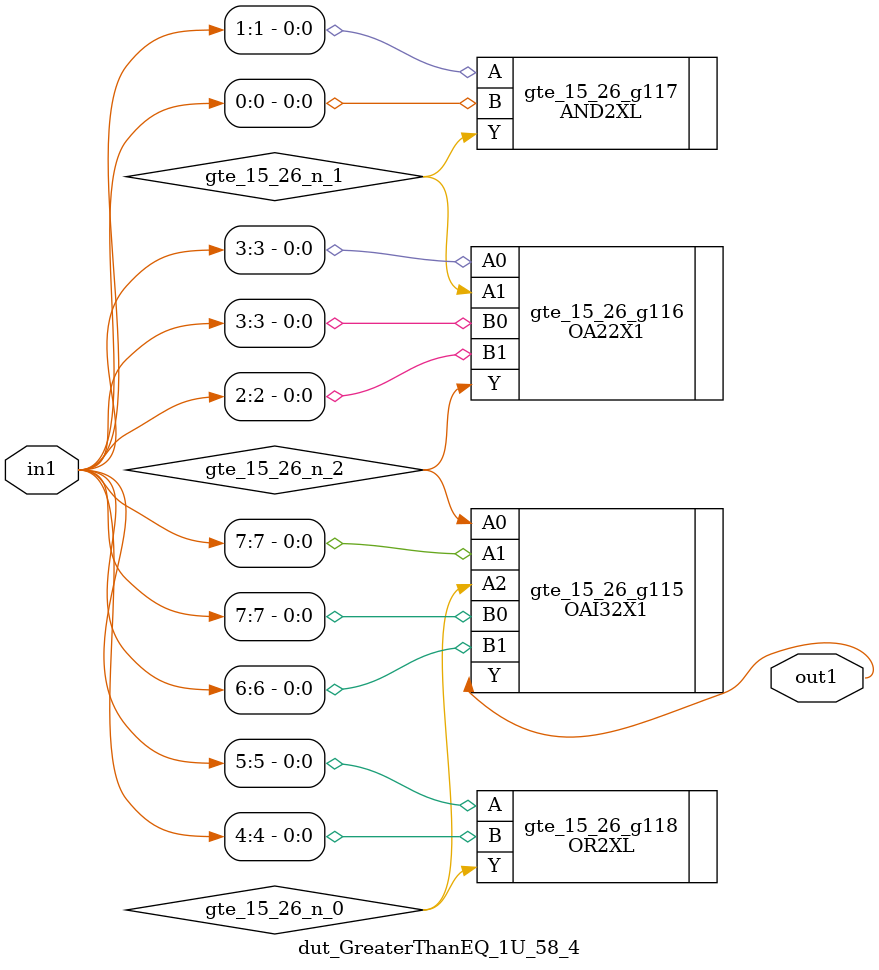
<source format=v>
`timescale 1ps / 1ps


module dut_GreaterThanEQ_1U_58_4(in1, out1);
  input [7:0] in1;
  output out1;
  wire [7:0] in1;
  wire out1;
  wire gte_15_26_n_0, gte_15_26_n_1, gte_15_26_n_2;
  OAI32X1 gte_15_26_g115(.A0 (gte_15_26_n_2), .A1 (in1[7]), .A2
       (gte_15_26_n_0), .B0 (in1[7]), .B1 (in1[6]), .Y (out1));
  OA22X1 gte_15_26_g116(.A0 (in1[3]), .A1 (gte_15_26_n_1), .B0
       (in1[3]), .B1 (in1[2]), .Y (gte_15_26_n_2));
  AND2XL gte_15_26_g117(.A (in1[1]), .B (in1[0]), .Y (gte_15_26_n_1));
  OR2XL gte_15_26_g118(.A (in1[5]), .B (in1[4]), .Y (gte_15_26_n_0));
endmodule



</source>
